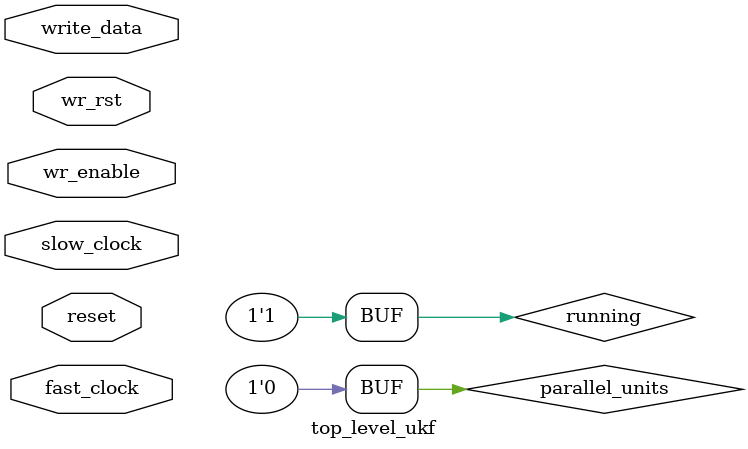
<source format=v>
module top_level_ukf (
	input  			wr_rst,
	input 			wr_enable,
	input  [127:0]	write_data,
	input reset,fast_clock,slow_clock

);

wire [31:0] rd_data_diag, rd_data_l1,rd_data_l2,rd_data_l3,rd_data_l4 ;
wire empty_l1,empty_l2,empty_l3,empty_l4,empty_diag, fifo_wre_lower,fifo_wre_diag;
wire start,stop_pipeline,fifo_rde_diag,data_in_diag;
wire[3:0] matrix_size_out;
wire data_in_1, data_in_2,	data_in_3,data_in_4;
wire finish;
assign running = 1'b1; //rever

assign parallel_units = 4'b0100;
assign read_diag = fifo_rde_diag || data_in_diag;

fifo_interface fifo_interface1 (

	.wr_rst(wr_rst),
	.wr_clk(slow_clock),
	.wr_en_d(fifo_wre_diag),
	.wr_en_l(fifo_wre_lower),
	.wr_data_l(write_data),.wr_data_diag(write_data),

	.rd_rst(reset),
	.rd_clk(fast_clock),
	
	.rd_en_l1(data_in_1),.rd_en_l2(data_in_2),.rd_en_l3(data_in_3),
	.rd_en_l4(data_in_4),.rd_en_diag(read_diag),
		

	.rd_data_l1(rd_data_l1),.rd_data_l2(rd_data_l2),.rd_data_l3(rd_data_l3),.rd_data_l4(rd_data_l4),
	.rd_data_diag(rd_data_diag),//.full_l1(finish),

	//output reg 			full_l1(),full_l2,full_l3,full_l4,full_diag,
	.empty_l1(empty_l1),.empty_l2(empty_l2),.empty_l3(empty_l3),.empty_l4(empty_l4),.empty_diag(empty_diag)
);

ukf_fifo_control ukf_fifo_control1(
.fifo_out_diag(write_data),//verificar tamanho

.matrix_size_out(matrix_size_out),
.stop_pipeline(stop_pipeline), 
.fifo_wre_diag(fifo_wre_diag), .fifo_wre_lower(fifo_wre_lower),

.fifo_rde_diag(fifo_rde_diag),
.start_begin(start),

.wr_enable(wr_enable),
.empty_l1(empty_l1), .empty_l2(empty_l2),.empty_l3(empty_l3),.empty_l4(empty_l4),
.empty_diag(empty_diag),.running(running),

.fast_clock(fast_clock), 
.slow_clock(slow_clock),
.finish(finish),
.rst(reset)
);


ukf ukf1(
	.clock(fast_clock),
	.reset(reset),
	.start(start),
	.diag(rd_data_diag),
	.lower1(rd_data_l1),
	.lower2(rd_data_l2),
	.lower3(rd_data_l3),
	.lower4(rd_data_l4),
	.matrix_size(matrix_size_out),
	.parallel_units(parallel_units),
	.data_in_1(data_in_1),
	.data_in_2(data_in_2),
	.data_in_3(data_in_3),
	.data_in_4(data_in_4),
	.data_in_diag(data_in_diag),
	.finish(finish),
	.stop_pipeline(stop_pipeline)
	/*lower1_available,
	lower2_available,
	lower3_available,
	lower4_available,
	diag_out,
	lower1_out,
	lower2_out,
	lower3_out,
	lower4_out*/
);



endmodule

</source>
